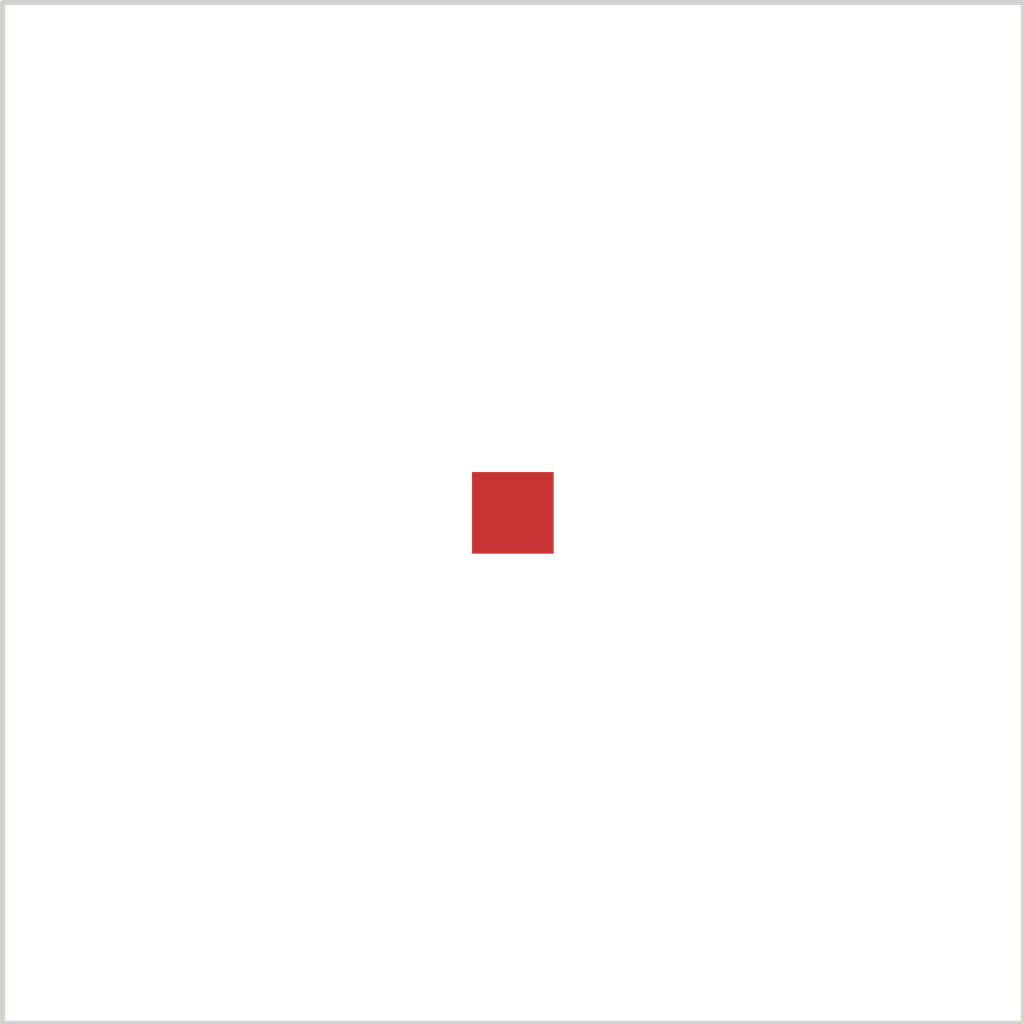
<source format=kicad_pcb>
(kicad_pcb (version 20240108) (generator "codex")
  (layers (0 "F.Cu" signal) (31 "B.Cu" signal) (44 "Edge.Cuts" user))
  (net 0 "")
  (net 1 "Net-(J1-Pad1)")
  (footprint "Test:SinglePad" (layer "F.Cu") (at 100 100)
    (pad "1" smd rect (at 0 0) (size 0.8 0.8) (layers "F.Cu" "F.Paste" "F.Mask") (net 1 "Net-(J1-Pad1)"))
  )
  (gr_rect (start 95 95) (end 105 105) (stroke (width 0.05)) (fill none) (layer "Edge.Cuts"))
)
</source>
